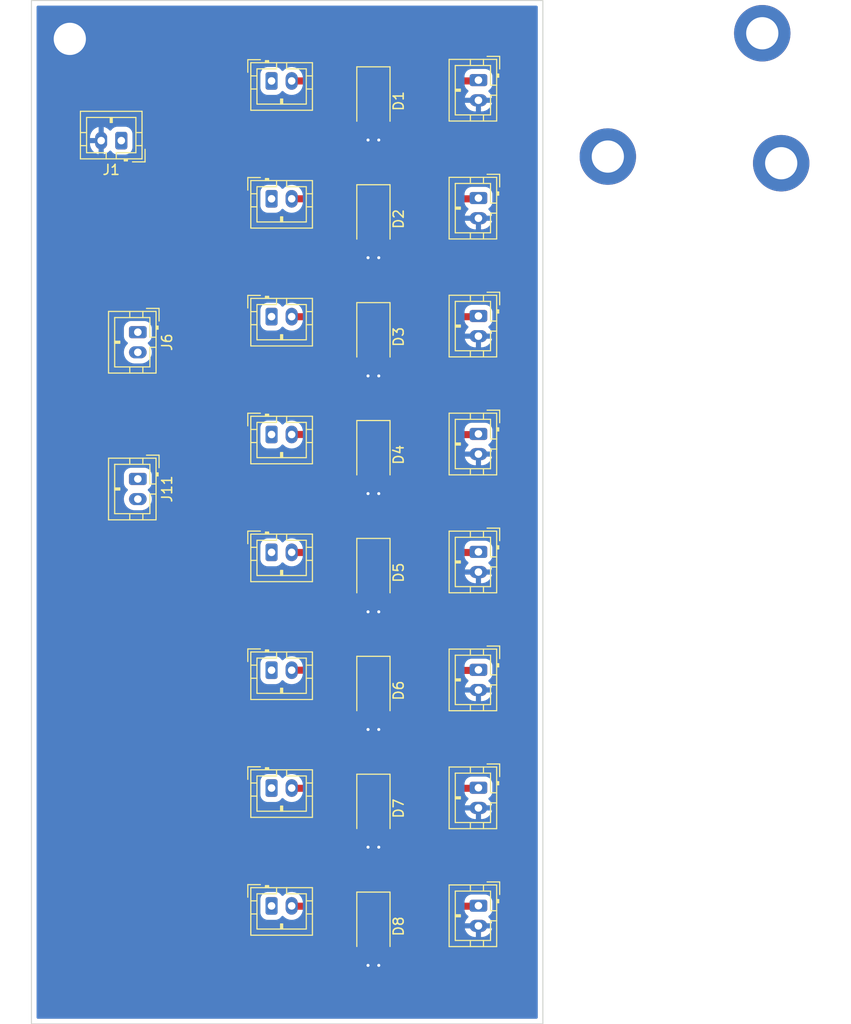
<source format=kicad_pcb>
(kicad_pcb (version 20211014) (generator pcbnew)
  (layers (0 "F.Cu" signal) (31 "B.Cu" power) (34 "B.Paste" user) (35 "F.Paste" user) (36 "B.SilkS" user "B.Silkscreen") (37 "F.SilkS" user "F.Silkscreen") (38 "B.Mask" user) (39 "F.Mask" user) (44 "Edge.Cuts" user))
  (net 0 "")
  (net 1 "CONTROL A")
  (net 2 "GND")
  (net 3 "CONTROL B")
  (net 4 "CONTROL C")
  (net 5 "CONTROL D")
  (net 6 "CONTROL E")
  (net 7 "CONTROL F")
  (net 8 "CONTROL G")
  (net 9 "CONTROL H")
  (net 10 "POWER")
  (net 11 "KEY SWITCH")
  (net 12 "ABORT BUTTON")
  (footprint "Connector_JST:JST_PH_B2B-PH-K_1x02_P2.00mm_Vertical" (layer "F.Cu") (at 49.2492 115.284383)
    (fp_text reference "J19" hide)
    (fp_text value "SWITCH H")
    (pad "1" thru_hole roundrect (at 0 0) (size 1.2 1.75) (drill 0.75) (layers *.Cu *.Mask) (roundrect_rratio 0.208333) (net 12 "ABORT BUTTON"))
    (pad "2" thru_hole oval (at 2 0) (size 1.2 1.75) (drill 0.75) (layers *.Cu *.Mask) (net 9 "CONTROL H"))
  )
  (footprint "Diode_SMD:D_SMA" (layer "F.Cu") (at 59.3692 70.498055 -90)
    (fp_text reference "D4" (at 0 -2.5 90) (layer "F.SilkS"))
    (fp_text value "D_Small")
    (pad "1" smd rect (at -2 0 270) (size 2.5 1.8) (layers "F.Cu" "F.Paste" "F.Mask") (net 5 "CONTROL D"))
    (pad "2" smd rect (at 2 0 270) (size 2.5 1.8) (layers "F.Cu" "F.Paste" "F.Mask") (net 2 "GND"))
  )
  (footprint "Connector_JST:JST_PH_B2B-PH-K_1x02_P2.00mm_Vertical" (layer "F.Cu") (at 69.7992 91.848055 -90)
    (fp_text reference "J8" hide)
    (fp_text value "SOLENOID F")
    (pad "1" thru_hole roundrect (at 0 0 270) (size 1.2 1.75) (drill 0.75) (layers *.Cu *.Mask) (roundrect_rratio 0.208333) (net 7 "CONTROL F"))
    (pad "2" thru_hole oval (at 2 0 270) (size 1.2 1.75) (drill 0.75) (layers *.Cu *.Mask) (net 2 "GND"))
  )
  (footprint "Connector_JST:JST_PH_B2B-PH-K_1x02_P2.00mm_Vertical" (layer "F.Cu") (at 69.7992 56.722342 -90)
    (fp_text reference "J4" hide)
    (fp_text value "SOLENOID C")
    (pad "1" thru_hole roundrect (at 0 0 270) (size 1.2 1.75) (drill 0.75) (layers *.Cu *.Mask) (roundrect_rratio 0.208333) (net 4 "CONTROL C"))
    (pad "2" thru_hole oval (at 2 0 270) (size 1.2 1.75) (drill 0.75) (layers *.Cu *.Mask) (net 2 "GND"))
  )
  (footprint "Connector_JST:JST_PH_B2B-PH-K_1x02_P2.00mm_Vertical" (layer "F.Cu") (at 35.9664 58.328 -90)
    (fp_text reference "J6" (at 1 -2.9 90) (layer "F.SilkS"))
    (fp_text value "KEY SWITCH")
    (pad "1" thru_hole roundrect (at 0 0 270) (size 1.2 1.75) (drill 0.75) (layers *.Cu *.Mask) (roundrect_rratio 0.208333) (net 10 "POWER"))
    (pad "2" thru_hole oval (at 2 0 270) (size 1.2 1.75) (drill 0.75) (layers *.Cu *.Mask) (net 11 "KEY SWITCH"))
  )
  (footprint "Connector_JST:JST_PH_B2B-PH-K_1x02_P2.00mm_Vertical" (layer "F.Cu") (at 69.7992 115.2652 -90)
    (fp_text reference "J10" hide)
    (fp_text value "SOLENOID H")
    (pad "1" thru_hole roundrect (at 0 0 270) (size 1.2 1.75) (drill 0.75) (layers *.Cu *.Mask) (roundrect_rratio 0.208333) (net 9 "CONTROL H"))
    (pad "2" thru_hole oval (at 2 0 270) (size 1.2 1.75) (drill 0.75) (layers *.Cu *.Mask) (net 2 "GND"))
  )
  (footprint "Connector_JST:JST_PH_B2B-PH-K_1x02_P2.00mm_Vertical" (layer "F.Cu") (at 49.2492 56.785405)
    (fp_text reference "J14" hide)
    (fp_text value "SWITCH C")
    (pad "1" thru_hole roundrect (at 0 0) (size 1.2 1.75) (drill 0.75) (layers *.Cu *.Mask) (roundrect_rratio 0.208333) (net 12 "ABORT BUTTON"))
    (pad "2" thru_hole oval (at 2 0) (size 1.2 1.75) (drill 0.75) (layers *.Cu *.Mask) (net 4 "CONTROL C"))
  )
  (footprint "Connector_JST:JST_PH_B2B-PH-K_1x02_P2.00mm_Vertical" (layer "F.Cu") (at 49.2492 80.184995)
    (fp_text reference "J16" hide)
    (fp_text value "SWITCH E")
    (pad "1" thru_hole roundrect (at 0 0) (size 1.2 1.75) (drill 0.75) (layers *.Cu *.Mask) (roundrect_rratio 0.208333) (net 12 "ABORT BUTTON"))
    (pad "2" thru_hole oval (at 2 0) (size 1.2 1.75) (drill 0.75) (layers *.Cu *.Mask) (net 6 "CONTROL E"))
  )
  (footprint "Diode_SMD:D_SMA" (layer "F.Cu") (at 59.3692 82.20234 -90)
    (fp_text reference "D5" (at 0 -2.5 90) (layer "F.SilkS"))
    (fp_text value "D_Small")
    (pad "1" smd rect (at -2 0 270) (size 2.5 1.8) (layers "F.Cu" "F.Paste" "F.Mask") (net 6 "CONTROL E"))
    (pad "2" smd rect (at 2 0 270) (size 2.5 1.8) (layers "F.Cu" "F.Paste" "F.Mask") (net 2 "GND"))
  )
  (footprint "Connector_JST:JST_PH_B2B-PH-K_1x02_P2.00mm_Vertical" (layer "F.Cu") (at 69.7992 103.556626 -90)
    (fp_text reference "J9" hide)
    (fp_text value "SOLENOID G")
    (pad "1" thru_hole roundrect (at 0 0 270) (size 1.2 1.75) (drill 0.75) (layers *.Cu *.Mask) (roundrect_rratio 0.208333) (net 8 "CONTROL G"))
    (pad "2" thru_hole oval (at 2 0 270) (size 1.2 1.75) (drill 0.75) (layers *.Cu *.Mask) (net 2 "GND"))
  )
  (footprint "MountingHole:MountingHole_3.2mm_M3_DIN965_Pad_TopBottom" (layer "F.Cu") (at 82.6516 40.894)
    (fp_text reference "H3" hide)
    (fp_text value "MountingHole_Pad")
    (pad "1" thru_hole circle (at 0 0) (size 3.6 3.6) (drill 3.2) (layers *.Cu *.Mask) (net 2 "GND"))
    (pad "1" connect circle (at 0 0) (size 5.6 5.6) (layers "F.Cu" "F.Mask") (net 2 "GND"))
    (pad "1" connect circle (at 0 0) (size 5.6 5.6) (layers "B.Cu" "B.Mask") (net 2 "GND"))
  )
  (footprint "Connector_JST:JST_PH_B2B-PH-K_1x02_P2.00mm_Vertical" (layer "F.Cu") (at 35.9664 72.898 -90)
    (fp_text reference "J11" (at 1 -2.9 90) (layer "F.SilkS"))
    (fp_text value "ABORT BUTTON")
    (pad "1" thru_hole roundrect (at 0 0 270) (size 1.2 1.75) (drill 0.75) (layers *.Cu *.Mask) (roundrect_rratio 0.208333) (net 11 "KEY SWITCH"))
    (pad "2" thru_hole oval (at 2 0 270) (size 1.2 1.75) (drill 0.75) (layers *.Cu *.Mask) (net 12 "ABORT BUTTON"))
  )
  (footprint "Diode_SMD:D_SMA" (layer "F.Cu") (at 59.3692 47.089485 -90)
    (fp_text reference "D2" (at 0 -2.5 90) (layer "F.SilkS"))
    (fp_text value "D_Small")
    (pad "1" smd rect (at -2 0 270) (size 2.5 1.8) (layers "F.Cu" "F.Paste" "F.Mask") (net 3 "CONTROL B"))
    (pad "2" smd rect (at 2 0 270) (size 2.5 1.8) (layers "F.Cu" "F.Paste" "F.Mask") (net 2 "GND"))
  )
  (footprint "MountingHole:MountingHole_3.2mm_M3_DIN965_Pad_TopBottom" (layer "F.Cu") (at 29.21 29.21)
    (fp_text reference "H1" hide)
    (fp_text value "MountingHole_Pad")
    (pad "1" connect circle (at 0 0) (size 5.6 5.6) (layers "B.Cu" "B.Mask") (net 2 "GND"))
    (pad "1" thru_hole circle (at 0 0) (size 3.6 3.6) (drill 3.2) (layers *.Cu *.Mask) (net 2 "GND"))
    (pad "1" connect circle (at 0 0) (size 5.6 5.6) (layers "F.Cu" "F.Mask") (net 2 "GND"))
  )
  (footprint "Connector_JST:JST_PH_B2B-PH-K_1x02_P2.00mm_Vertical" (layer "F.Cu") (at 49.2492 91.88479)
    (fp_text reference "J17" hide)
    (fp_text value "SWITCH F")
    (pad "1" thru_hole roundrect (at 0 0) (size 1.2 1.75) (drill 0.75) (layers *.Cu *.Mask) (roundrect_rratio 0.208333) (net 12 "ABORT BUTTON"))
    (pad "2" thru_hole oval (at 2 0) (size 1.2 1.75) (drill 0.75) (layers *.Cu *.Mask) (net 7 "CONTROL F"))
  )
  (footprint "Connector_JST:JST_PH_B2B-PH-K_1x02_P2.00mm_Vertical" (layer "F.Cu") (at 49.2492 45.08561)
    (fp_text reference "J13" hide)
    (fp_text value "SWITCH B")
    (pad "1" thru_hole roundrect (at 0 0) (size 1.2 1.75) (drill 0.75) (layers *.Cu *.Mask) (roundrect_rratio 0.208333) (net 12 "ABORT BUTTON"))
    (pad "2" thru_hole oval (at 2 0) (size 1.2 1.75) (drill 0.75) (layers *.Cu *.Mask) (net 3 "CONTROL B"))
  )
  (footprint "Connector_JST:JST_PH_B2B-PH-K_1x02_P2.00mm_Vertical" (layer "F.Cu") (at 69.7992 33.3052 -90)
    (fp_text reference "J2" hide)
    (fp_text value "SOLENOID A")
    (pad "1" thru_hole roundrect (at 0 0 270) (size 1.2 1.75) (drill 0.75) (layers *.Cu *.Mask) (roundrect_rratio 0.208333) (net 1 "CONTROL A"))
    (pad "2" thru_hole oval (at 2 0 270) (size 1.2 1.75) (drill 0.75) (layers *.Cu *.Mask) (net 2 "GND"))
  )
  (footprint "Connector_JST:JST_PH_B2B-PH-K_1x02_P2.00mm_Vertical" (layer "F.Cu") (at 49.2492 68.4852)
    (fp_text reference "J15" hide)
    (fp_text value "SWITCH D")
    (pad "1" thru_hole roundrect (at 0 0) (size 1.2 1.75) (drill 0.75) (layers *.Cu *.Mask) (roundrect_rratio 0.208333) (net 12 "ABORT BUTTON"))
    (pad "2" thru_hole oval (at 2 0) (size 1.2 1.75) (drill 0.75) (layers *.Cu *.Mask) (net 5 "CONTROL D"))
  )
  (footprint "Connector_JST:JST_PH_B2B-PH-K_1x02_P2.00mm_Vertical" (layer "F.Cu") (at 69.7992 45.013771 -90)
    (fp_text reference "J3" hide)
    (fp_text value "SOLENOID B")
    (pad "1" thru_hole roundrect (at 0 0 270) (size 1.2 1.75) (drill 0.75) (layers *.Cu *.Mask) (roundrect_rratio 0.208333) (net 3 "CONTROL B"))
    (pad "2" thru_hole oval (at 2 0 270) (size 1.2 1.75) (drill 0.75) (layers *.Cu *.Mask) (net 2 "GND"))
  )
  (footprint "Diode_SMD:D_SMA" (layer "F.Cu") (at 59.3692 58.79377 -90)
    (fp_text reference "D3" (at 0 -2.5 90) (layer "F.SilkS"))
    (fp_text value "D_Small")
    (pad "1" smd rect (at -2 0 270) (size 2.5 1.8) (layers "F.Cu" "F.Paste" "F.Mask") (net 4 "CONTROL C"))
    (pad "2" smd rect (at 2 0 270) (size 2.5 1.8) (layers "F.Cu" "F.Paste" "F.Mask") (net 2 "GND"))
  )
  (footprint "Diode_SMD:D_SMA" (layer "F.Cu") (at 59.3692 105.61091 -90)
    (fp_text reference "D7" (at 0 -2.5 90) (layer "F.SilkS"))
    (fp_text value "D_Small")
    (pad "1" smd rect (at -2 0 270) (size 2.5 1.8) (layers "F.Cu" "F.Paste" "F.Mask") (net 8 "CONTROL G"))
    (pad "2" smd rect (at 2 0 270) (size 2.5 1.8) (layers "F.Cu" "F.Paste" "F.Mask") (net 2 "GND"))
  )
  (footprint "MountingHole:MountingHole_3.2mm_M3_DIN965_Pad_TopBottom" (layer "F.Cu") (at 99.8728 41.5544)
    (fp_text reference "H4" hide)
    (fp_text value "MountingHole_Pad")
    (pad "1" connect circle (at 0 0) (size 5.6 5.6) (layers "F.Cu" "F.Mask") (net 2 "GND"))
    (pad "1" connect circle (at 0 0) (size 5.6 5.6) (layers "B.Cu" "B.Mask") (net 2 "GND"))
    (pad "1" thru_hole circle (at 0 0) (size 3.6 3.6) (drill 3.2) (layers *.Cu *.Mask) (net 2 "GND"))
  )
  (footprint "Diode_SMD:D_SMA" (layer "F.Cu") (at 59.3692 117.3152 -90)
    (fp_text reference "D8" (at 0 -2.5 90) (layer "F.SilkS"))
    (fp_text value "D_Small")
    (pad "1" smd rect (at -2 0 270) (size 2.5 1.8) (layers "F.Cu" "F.Paste" "F.Mask") (net 9 "CONTROL H"))
    (pad "2" smd rect (at 2 0 270) (size 2.5 1.8) (layers "F.Cu" "F.Paste" "F.Mask") (net 2 "GND"))
  )
  (footprint "Connector_JST:JST_PH_B2B-PH-K_1x02_P2.00mm_Vertical" (layer "F.Cu") (at 34.3248 39.3104 180)
    (fp_text reference "J1" (at 1 -2.9) (layer "F.SilkS"))
    (fp_text value "POWER IN")
    (pad "1" thru_hole roundrect (at 0 0 180) (size 1.2 1.75) (drill 0.75) (layers *.Cu *.Mask) (roundrect_rratio 0.208333) (net 10 "POWER"))
    (pad "2" thru_hole oval (at 2 0 180) (size 1.2 1.75) (drill 0.75) (layers *.Cu *.Mask) (net 2 "GND"))
  )
  (footprint "Connector_JST:JST_PH_B2B-PH-K_1x02_P2.00mm_Vertical" (layer "F.Cu") (at 49.2492 103.584585)
    (fp_text reference "J18" hide)
    (fp_text value "SWITCH G")
    (pad "1" thru_hole roundrect (at 0 0) (size 1.2 1.75) (drill 0.75) (layers *.Cu *.Mask) (roundrect_rratio 0.208333) (net 12 "ABORT BUTTON"))
    (pad "2" thru_hole oval (at 2 0) (size 1.2 1.75) (drill 0.75) (layers *.Cu *.Mask) (net 8 "CONTROL G"))
  )
  (footprint "Diode_SMD:D_SMA" (layer "F.Cu") (at 59.3692 93.906625 -90)
    (fp_text reference "D6" (at 0 -2.5 90) (layer "F.SilkS"))
    (fp_text value "D_Small")
    (pad "1" smd rect (at -2 0 270) (size 2.5 1.8) (layers "F.Cu" "F.Paste" "F.Mask") (net 7 "CONTROL F"))
    (pad "2" smd rect (at 2 0 270) (size 2.5 1.8) (layers "F.Cu" "F.Paste" "F.Mask") (net 2 "GND"))
  )
  (footprint "Connector_JST:JST_PH_B2B-PH-K_1x02_P2.00mm_Vertical" (layer "F.Cu") (at 69.7992 80.139484 -90)
    (fp_text reference "J7" hide)
    (fp_text value "SOLENOID E")
    (pad "1" thru_hole roundrect (at 0 0 270) (size 1.2 1.75) (drill 0.75) (layers *.Cu *.Mask) (roundrect_rratio 0.208333) (net 6 "CONTROL E"))
    (pad "2" thru_hole oval (at 2 0 270) (size 1.2 1.75) (drill 0.75) (layers *.Cu *.Mask) (net 2 "GND"))
  )
  (footprint "Connector_JST:JST_PH_B2B-PH-K_1x02_P2.00mm_Vertical" (layer "F.Cu") (at 49.2492 33.385815)
    (fp_text reference "J12" hide)
    (fp_text value "SWITCH A")
    (pad "1" thru_hole roundrect (at 0 0) (size 1.2 1.75) (drill 0.75) (layers *.Cu *.Mask) (roundrect_rratio 0.208333) (net 12 "ABORT BUTTON"))
    (pad "2" thru_hole oval (at 2 0) (size 1.2 1.75) (drill 0.75) (layers *.Cu *.Mask) (net 1 "CONTROL A"))
  )
  (footprint "Connector_JST:JST_PH_B2B-PH-K_1x02_P2.00mm_Vertical" (layer "F.Cu") (at 69.7992 68.430913 -90)
    (fp_text reference "J5" hide)
    (fp_text value "SOLENOID D")
    (pad "1" thru_hole roundrect (at 0 0 270) (size 1.2 1.75) (drill 0.75) (layers *.Cu *.Mask) (roundrect_rratio 0.208333) (net 5 "CONTROL D"))
    (pad "2" thru_hole oval (at 2 0 270) (size 1.2 1.75) (drill 0.75) (layers *.Cu *.Mask) (net 2 "GND"))
  )
  (footprint "Diode_SMD:D_SMA" (layer "F.Cu") (at 59.3692 35.3852 -90)
    (fp_text reference "D1" (at 0 -2.5 90) (layer "F.SilkS"))
    (fp_text value "D_Small")
    (pad "1" smd rect (at -2 0 270) (size 2.5 1.8) (layers "F.Cu" "F.Paste" "F.Mask") (net 1 "CONTROL A"))
    (pad "2" smd rect (at 2 0 270) (size 2.5 1.8) (layers "F.Cu" "F.Paste" "F.Mask") (net 2 "GND"))
  )
  (footprint "MountingHole:MountingHole_3.2mm_M3_DIN965_Pad_TopBottom" (layer "F.Cu") (at 97.9932 28.6512)
    (fp_text reference "H2" hide)
    (fp_text value "MountingHole_Pad")
    (pad "1" connect circle (at 0 0) (size 5.6 5.6) (layers "B.Cu" "B.Mask") (net 2 "GND"))
    (pad "1" thru_hole circle (at 0 0) (size 3.6 3.6) (drill 3.2) (layers *.Cu *.Mask) (net 2 "GND"))
    (pad "1" connect circle (at 0 0) (size 5.6 5.6) (layers "F.Cu" "F.Mask") (net 2 "GND"))
  )
  (gr_rect (start 25.4 25.4) (end 76.2 127) (layer "Edge.Cuts") (width 0.1) (fill none))
  (segment (start 59.3692 33.3852) (end 69.7192 33.3852) (width 0.7) (layer "F.Cu") (net 1))
  (segment (start 59.368585 33.385815) (end 59.3692 33.3852) (width 0.7) (layer "F.Cu") (net 1))
  (segment (start 69.7192 33.3852) (end 69.7992 33.3052) (width 0.7) (layer "F.Cu") (net 1))
  (segment (start 51.2492 33.385815) (end 59.368585 33.385815) (width 0.7) (layer "F.Cu") (net 1))
  (via (at 58.8332 39.2512) (size 0.7) (drill 0.3) (layers "F.Cu" "B.Cu") (remove_unused_layers) (net 2))
  (via (at 59.9 39.2512) (size 0.7) (drill 0.3) (layers "F.Cu" "B.Cu") (remove_unused_layers) (net 2))
  (via (at 58.8332 86.0888) (size 0.7) (drill 0.3) (layers "F.Cu" "B.Cu") (remove_unused_layers) (net 2))
  (via (at 59.9 62.67) (size 0.7) (drill 0.3) (layers "F.Cu" "B.Cu") (remove_unused_layers) (net 2))
  (via (at 58.8332 62.67) (size 0.7) (drill 0.3) (layers "F.Cu" "B.Cu") (remove_unused_layers) (net 2))
  (via (at 59.9 50.9352) (size 0.7) (drill 0.3) (layers "F.Cu" "B.Cu") (remove_unused_layers) (net 2))
  (via (at 58.8332 74.354) (size 0.7) (drill 0.3) (layers "F.Cu" "B.Cu") (remove_unused_layers) (net 2))
  (via (at 59.9 97.7728) (size 0.7) (drill 0.3) (layers "F.Cu" "B.Cu") (remove_unused_layers) (net 2))
  (via (at 58.8332 50.9352) (size 0.7) (drill 0.3) (layers "F.Cu" "B.Cu") (remove_unused_layers) (net 2))
  (via (at 58.8332 97.7728) (size 0.7) (drill 0.3) (layers "F.Cu" "B.Cu") (remove_unused_layers) (net 2))
  (via (at 59.9 109.4568) (size 0.7) (drill 0.3) (layers "F.Cu" "B.Cu") (remove_unused_layers) (net 2))
  (via (at 59.9 74.354) (size 0.7) (drill 0.3) (layers "F.Cu" "B.Cu") (remove_unused_layers) (net 2))
  (via (at 58.8332 121.1916) (size 0.7) (drill 0.3) (layers "F.Cu" "B.Cu") (remove_unused_layers) (net 2))
  (via (at 59.9 86.0888) (size 0.7) (drill 0.3) (layers "F.Cu" "B.Cu") (remove_unused_layers) (net 2))
  (via (at 58.8332 109.4568) (size 0.7) (drill 0.3) (layers "F.Cu" "B.Cu") (remove_unused_layers) (net 2))
  (via (at 59.9 121.1916) (size 0.7) (drill 0.3) (layers "F.Cu" "B.Cu") (remove_unused_layers) (net 2))
  (segment (start 69.723486 45.089485) (end 69.7992 45.013771) (width 0.7) (layer "F.Cu") (net 3))
  (segment (start 59.3692 45.089485) (end 69.723486 45.089485) (width 0.7) (layer "F.Cu") (net 3))
  (segment (start 59.365325 45.08561) (end 59.3692 45.089485) (width 0.7) (layer "F.Cu") (net 3))
  (segment (start 51.2492 45.08561) (end 59.365325 45.08561) (width 0.7) (layer "F.Cu") (net 3))
  (segment (start 59.3692 56.79377) (end 51.257565 56.79377) (width 0.7) (layer "F.Cu") (net 4))
  (segment (start 69.727772 56.79377) (end 59.3692 56.79377) (width 0.7) (layer "F.Cu") (net 4))
  (segment (start 51.257565 56.79377) (end 51.2492 56.785405) (width 0.7) (layer "F.Cu") (net 4))
  (segment (start 69.7992 56.722342) (end 69.727772 56.79377) (width 0.7) (layer "F.Cu") (net 4))
  (segment (start 59.3692 68.498055) (end 69.732058 68.498055) (width 0.7) (layer "F.Cu") (net 5))
  (segment (start 59.356345 68.4852) (end 59.3692 68.498055) (width 0.7) (layer "F.Cu") (net 5))
  (segment (start 51.2492 68.4852) (end 59.356345 68.4852) (width 0.7) (layer "F.Cu") (net 5))
  (segment (start 69.732058 68.498055) (end 69.7992 68.430913) (width 0.7) (layer "F.Cu") (net 5))
  (segment (start 59.3692 80.20234) (end 51.266545 80.20234) (width 0.7) (layer "F.Cu") (net 6))
  (segment (start 69.7992 80.139484) (end 69.736344 80.20234) (width 0.7) (layer "F.Cu") (net 6))
  (segment (start 51.266545 80.20234) (end 51.2492 80.184995) (width 0.7) (layer "F.Cu") (net 6))
  (segment (start 69.736344 80.20234) (end 59.3692 80.20234) (width 0.7) (layer "F.Cu") (net 6))
  (segment (start 51.2492 91.88479) (end 59.347365 91.88479) (width 0.7) (layer "F.Cu") (net 7))
  (segment (start 69.74063 91.906625) (end 69.7992 91.848055) (width 0.7) (layer "F.Cu") (net 7))
  (segment (start 59.347365 91.88479) (end 59.3692 91.906625) (width 0.7) (layer "F.Cu") (net 7))
  (segment (start 59.3692 91.906625) (end 69.74063 91.906625) (width 0.7) (layer "F.Cu") (net 7))
  (segment (start 69.7992 103.556626) (end 69.744916 103.61091) (width 0.7) (layer "F.Cu") (net 8))
  (segment (start 59.3692 103.61091) (end 51.275525 103.61091) (width 0.7) (layer "F.Cu") (net 8))
  (segment (start 69.744916 103.61091) (end 59.3692 103.61091) (width 0.7) (layer "F.Cu") (net 8))
  (segment (start 51.275525 103.61091) (end 51.2492 103.584585) (width 0.7) (layer "F.Cu") (net 8))
  (segment (start 69.7992 115.2652) (end 69.7492 115.3152) (width 0.7) (layer "F.Cu") (net 9))
  (segment (start 69.7492 115.3152) (end 59.3692 115.3152) (width 0.7) (layer "F.Cu") (net 9))
  (segment (start 59.3692 115.3152) (end 51.280017 115.3152) (width 0.7) (layer "F.Cu") (net 9))
  (segment (start 51.280017 115.3152) (end 51.2492 115.284383) (width 0.7) (layer "F.Cu") (net 9))
  (zone (net 2) (net_name "GND") (layer "F.Cu") (connect_pads yes (clearance 0.508)) (min_thickness 0.254) (fill yes (thermal_gap 0.508) (thermal_bridge_width 0.508))
    (polygon (pts (xy 60.4588 63.1272) (xy 58.2744 63.1272) (xy 58.2744 59.368) (xy 60.4588 59.368)))
  )
  (zone (net 2) (net_name "GND") (layer "F.Cu") (connect_pads yes (clearance 0.508)) (min_thickness 0.254) (fill yes (thermal_gap 0.508) (thermal_bridge_width 0.508))
    (polygon (pts (xy 60.4588 39.7084) (xy 58.2744 39.7084) (xy 58.2744 35.9492) (xy 60.4588 35.9492)))
  )
  (zone (net 2) (net_name "GND") (layer "F.Cu") (connect_pads yes (clearance 0.508)) (min_thickness 0.254) (fill yes (thermal_gap 0.508) (thermal_bridge_width 0.508))
    (polygon (pts (xy 60.4588 98.23) (xy 58.2744 98.23) (xy 58.2744 94.4708) (xy 60.4588 94.4708)))
  )
  (zone (net 2) (net_name "GND") (layer "F.Cu") (connect_pads yes (clearance 0.508)) (min_thickness 0.254) (fill yes (thermal_gap 0.508) (thermal_bridge_width 0.508))
    (polygon (pts (xy 60.4588 74.8112) (xy 58.2744 74.8112) (xy 58.2744 71.052) (xy 60.4588 71.052)))
  )
  (zone (net 2) (net_name "GND") (layer "F.Cu") (connect_pads yes (clearance 0.508)) (min_thickness 0.254) (fill yes (thermal_gap 0.508) (thermal_bridge_width 0.508))
    (polygon (pts (xy 60.4588 51.3924) (xy 58.2744 51.3924) (xy 58.2744 47.6332) (xy 60.4588 47.6332)))
  )
  (zone (net 2) (net_name "GND") (layer "F.Cu") (connect_pads yes (clearance 0.508)) (min_thickness 0.254) (fill yes (thermal_gap 0.508) (thermal_bridge_width 0.508))
    (polygon (pts (xy 60.4588 109.914) (xy 58.2744 109.914) (xy 58.2744 106.1548) (xy 60.4588 106.1548)))
  )
  (zone (net 2) (net_name "GND") (layer "F.Cu") (connect_pads yes (clearance 0.508)) (min_thickness 0.254) (fill yes (thermal_gap 0.508) (thermal_bridge_width 0.508))
    (polygon (pts (xy 60.4588 86.546) (xy 58.2744 86.546) (xy 58.2744 82.7868) (xy 60.4588 82.7868)))
  )
  (zone (net 2) (net_name "GND") (layer "F.Cu") (connect_pads yes (clearance 0.508)) (min_thickness 0.254) (fill yes (thermal_gap 0.508) (thermal_bridge_width 0.508))
    (polygon (pts (xy 60.4588 121.6488) (xy 58.2744 121.6488) (xy 58.2744 117.8896) (xy 60.4588 117.8896)))
  )
  (zone (net 2) (net_name "GND") (layer "B.Cu") (connect_pads (clearance 0.508)) (min_thickness 0.254) (fill yes (thermal_gap 0.508) (thermal_bridge_width 0.508))
    (polygon (pts (xy 76.313942 126.992702) (xy 25.4 126.99) (xy 25.42 25.4) (xy 76.183942 25.392702)))
  )
)
</source>
